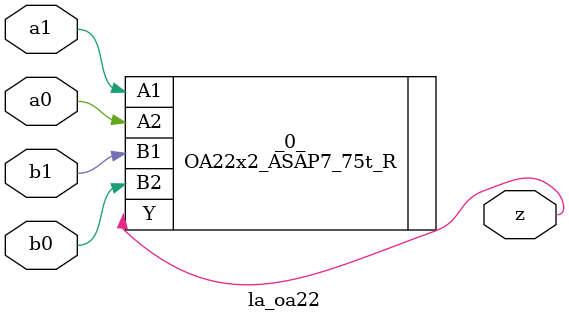
<source format=v>

/* Generated by Yosys 0.44 (git sha1 80ba43d26, g++ 11.4.0-1ubuntu1~22.04 -fPIC -O3) */

(* top =  1  *)
(* src = "generated" *)
module la_oa22 (
    a0,
    a1,
    b0,
    b1,
    z
);
  (* src = "generated" *)
  input a0;
  wire a0;
  (* src = "generated" *)
  input a1;
  wire a1;
  (* src = "generated" *)
  input b0;
  wire b0;
  (* src = "generated" *)
  input b1;
  wire b1;
  (* src = "generated" *)
  output z;
  wire z;
  OA22x2_ASAP7_75t_R _0_ (
      .A1(a1),
      .A2(a0),
      .B1(b1),
      .B2(b0),
      .Y (z)
  );
endmodule

</source>
